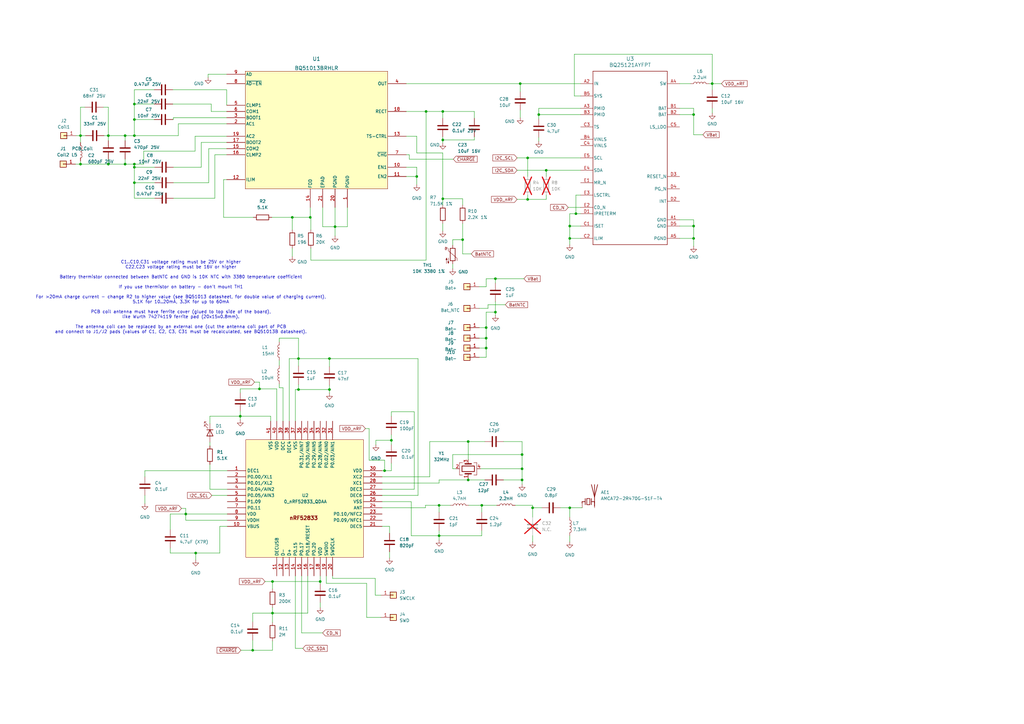
<source format=kicad_sch>
(kicad_sch (version 20231120) (generator "eeschema") (generator_version "8.0")
  (paper "A3")
  (junction (at 181.61 57.404))
  (junction (at 233.68 208.28))
  (junction (at 214.122 186.436))
  (junction (at 135.128 147.066))
  (junction (at 122.428 147.066))
  (junction (at 224.028 69.85))
  (junction (at 170.942 72.39))
  (junction (at 98.552 170.688))
  (junction (at 233.68 97.79))
  (junction (at 55.118 68.58))
  (junction (at 199.39 134.366))
  (junction (at 197.612 207.264))
  (junction (at 284.48 46.99))
  (junction (at 55.118 55.626))
  (junction (at 80.264 226.822))
  (junction (at 137.414 92.964))
  (junction (at 111.76 238.506))
  (junction (at 216.408 81.788))
  (junction (at 122.428 159.766))
  (junction (at 103.632 266.7))
  (junction (at 131.318 238.506))
  (junction (at 203.2 128.016))
  (junction (at 55.118 42.672))
  (junction (at 51.308 55.626))
  (junction (at 180.086 219.71))
  (junction (at 55.118 49.022))
  (junction (at 214.122 192.278))
  (junction (at 220.98 46.99))
  (junction (at 44.45 55.626))
  (junction (at 51.308 67.31))
  (junction (at 236.22 87.63))
  (junction (at 135.128 159.766))
  (junction (at 233.68 92.71))
  (junction (at 180.086 207.264))
  (junction (at 292.1 34.29))
  (junction (at 203.2 114.3))
  (junction (at 160.528 180.594))
  (junction (at 218.44 208.28))
  (junction (at 216.408 64.77))
  (junction (at 192.024 181.102))
  (junction (at 106.426 159.512))
  (junction (at 174.752 45.72))
  (junction (at 214.122 196.85))
  (junction (at 33.02 55.626))
  (junction (at 111.76 251.46))
  (junction (at 76.2 210.82))
  (junction (at 55.118 74.93))
  (junction (at 127.254 89.154))
  (junction (at 284.48 92.71))
  (junction (at 119.888 89.154))
  (junction (at 181.61 45.72))
  (junction (at 55.118 67.31))
  (junction (at 157.734 193.04))
  (junction (at 284.48 97.79))
  (junction (at 192.024 196.85))
  (junction (at 181.61 81.534))
  (junction (at 199.39 138.684))
  (junction (at 199.39 142.748))
  (junction (at 33.02 67.31))
  (junction (at 44.45 67.31))
  (junction (at 189.738 98.298))
  (junction (at 213.36 34.29))
  (wire (pts (xy 156.718 193.04) (xy 157.734 193.04)))
  (wire (pts (xy 194.564 48.514) (xy 194.564 45.72)))
  (wire (pts (xy 119.888 89.154) (xy 119.888 94.234)))
  (wire (pts (xy 70.866 49.022) (xy 71.12 49.022)))
  (wire (pts (xy 70.866 42.672) (xy 86.614 42.672)))
  (wire (pts (xy 214.122 181.102) (xy 214.122 186.436)))
  (wire (pts (xy 216.408 81.788) (xy 216.408 80.01)))
  (wire (pts (xy 110.998 170.688) (xy 98.552 170.688)))
  (wire (pts (xy 113.538 159.512) (xy 113.538 172.72)))
  (wire (pts (xy 114.554 138.684) (xy 122.428 138.684)))
  (wire (pts (xy 82.55 58.42) (xy 92.964 58.42)))
  (wire (pts (xy 33.02 55.626) (xy 33.02 58.42)))
  (wire (pts (xy 180.086 219.71) (xy 197.612 219.71)))
  (wire (pts (xy 136.398 237.236) (xy 153.924 237.236)))
  (wire (pts (xy 174.498 207.264) (xy 174.498 208.28)))
  (wire (pts (xy 194.564 45.72) (xy 181.61 45.72)))
  (wire (pts (xy 153.924 237.236) (xy 153.924 244.094)))
  (wire (pts (xy 196.596 138.684) (xy 199.39 138.684)))
  (wire (pts (xy 156.21 253.238) (xy 150.368 253.238)))
  (wire (pts (xy 180.086 217.678) (xy 180.086 219.71)))
  (wire (pts (xy 91.694 89.154) (xy 103.886 89.154)))
  (wire (pts (xy 156.718 200.66) (xy 169.926 200.66)))
  (wire (pts (xy 122.428 138.684) (xy 122.428 147.066)))
  (wire (pts (xy 121.158 159.766) (xy 121.158 172.72)))
  (wire (pts (xy 211.328 207.264) (xy 218.44 207.264)))
  (wire (pts (xy 156.718 203.2) (xy 171.45 203.2)))
  (wire (pts (xy 180.086 198.12) (xy 156.718 198.12)))
  (wire (pts (xy 166.624 34.29) (xy 213.36 34.29)))
  (wire (pts (xy 180.086 207.264) (xy 180.086 210.058)))
  (wire (pts (xy 85.598 60.96) (xy 85.598 74.93)))
  (wire (pts (xy 44.45 65.278) (xy 44.45 67.31)))
  (wire (pts (xy 220.98 56.388) (xy 220.98 57.912)))
  (wire (pts (xy 92.964 43.18) (xy 92.964 36.83)))
  (wire (pts (xy 127.508 89.154) (xy 127.254 89.154)))
  (wire (pts (xy 86.106 200.66) (xy 86.106 190.5)))
  (wire (pts (xy 284.48 55.245) (xy 288.29 55.245)))
  (wire (pts (xy 238.125 80.01) (xy 236.22 80.01)))
  (wire (pts (xy 290.83 34.29) (xy 292.1 34.29)))
  (wire (pts (xy 69.85 224.79) (xy 69.85 226.822)))
  (wire (pts (xy 160.528 180.594) (xy 160.528 182.372)))
  (wire (pts (xy 88.138 63.5) (xy 92.964 63.5)))
  (wire (pts (xy 82.55 68.58) (xy 82.55 58.42)))
  (wire (pts (xy 224.028 81.788) (xy 216.408 81.788)))
  (wire (pts (xy 189.738 98.298) (xy 189.738 104.14)))
  (wire (pts (xy 194.564 57.404) (xy 181.61 57.404)))
  (wire (pts (xy 233.68 97.79) (xy 233.68 92.71)))
  (wire (pts (xy 51.308 57.658) (xy 51.308 55.626)))
  (wire (pts (xy 86.868 203.2) (xy 93.218 203.2)))
  (wire (pts (xy 160.528 193.04) (xy 160.528 189.992)))
  (wire (pts (xy 69.85 226.822) (xy 80.264 226.822)))
  (wire (pts (xy 218.44 208.28) (xy 218.44 212.09)))
  (wire (pts (xy 203.2 114.3) (xy 214.884 114.3)))
  (wire (pts (xy 110.998 172.72) (xy 110.998 170.688)))
  (wire (pts (xy 181.61 81.534) (xy 181.61 62.738)))
  (wire (pts (xy 98.552 161.036) (xy 98.552 159.512)))
  (wire (pts (xy 181.61 57.404) (xy 181.61 58.674)))
  (wire (pts (xy 199.39 142.748) (xy 199.39 138.684)))
  (wire (pts (xy 121.158 236.22) (xy 121.158 265.938)))
  (wire (pts (xy 91.694 73.66) (xy 91.694 89.154)))
  (wire (pts (xy 63.5 81.28) (xy 55.118 81.28)))
  (wire (pts (xy 135.128 159.766) (xy 135.128 161.29)))
  (wire (pts (xy 154.178 182.372) (xy 154.178 180.594)))
  (wire (pts (xy 63.246 36.83) (xy 55.118 36.83)))
  (wire (pts (xy 181.61 81.534) (xy 189.738 81.534)))
  (wire (pts (xy 76.2 213.36) (xy 93.218 213.36)))
  (wire (pts (xy 169.926 200.66) (xy 169.926 168.91)))
  (wire (pts (xy 167.894 63.5) (xy 166.624 63.5)))
  (wire (pts (xy 238.125 46.99) (xy 220.98 46.99)))
  (wire (pts (xy 119.888 101.854) (xy 119.888 105.156)))
  (wire (pts (xy 185.674 98.298) (xy 189.738 98.298)))
  (wire (pts (xy 233.68 87.63) (xy 233.68 92.71)))
  (wire (pts (xy 278.765 34.29) (xy 283.21 34.29)))
  (wire (pts (xy 59.436 195.58) (xy 59.436 193.04)))
  (wire (pts (xy 192.024 181.102) (xy 198.882 181.102)))
  (wire (pts (xy 184.658 207.264) (xy 180.086 207.264)))
  (wire (pts (xy 111.76 262.89) (xy 111.76 266.7)))
  (wire (pts (xy 98.552 168.656) (xy 98.552 170.688)))
  (wire (pts (xy 55.118 67.31) (xy 51.308 67.31)))
  (wire (pts (xy 131.318 247.142) (xy 131.318 249.174)))
  (wire (pts (xy 170.942 68.58) (xy 166.624 68.58)))
  (wire (pts (xy 135.128 147.066) (xy 135.128 150.368)))
  (wire (pts (xy 181.61 56.134) (xy 181.61 57.404)))
  (wire (pts (xy 203.2 123.698) (xy 203.2 128.016)))
  (wire (pts (xy 150.368 253.238) (xy 150.368 239.268)))
  (wire (pts (xy 85.598 74.93) (xy 71.12 74.93)))
  (wire (pts (xy 192.024 188.468) (xy 192.024 181.102)))
  (wire (pts (xy 189.738 104.14) (xy 193.294 104.14)))
  (wire (pts (xy 80.01 61.976) (xy 58.928 61.976)))
  (wire (pts (xy 213.36 45.212) (xy 213.36 48.26)))
  (wire (pts (xy 166.624 55.88) (xy 170.942 55.88)))
  (wire (pts (xy 90.17 215.9) (xy 90.17 226.822)))
  (wire (pts (xy 55.118 68.58) (xy 55.118 74.93)))
  (wire (pts (xy 55.118 49.022) (xy 55.118 55.626)))
  (wire (pts (xy 199.39 146.558) (xy 199.39 142.748)))
  (wire (pts (xy 55.118 74.93) (xy 55.118 81.28)))
  (wire (pts (xy 137.414 92.964) (xy 137.414 96.774)))
  (wire (pts (xy 34.798 43.942) (xy 33.02 43.942)))
  (wire (pts (xy 174.498 208.28) (xy 156.718 208.28)))
  (wire (pts (xy 51.308 67.31) (xy 51.308 65.278)))
  (wire (pts (xy 132.334 85.09) (xy 132.334 92.964)))
  (wire (pts (xy 111.76 266.7) (xy 103.632 266.7)))
  (wire (pts (xy 166.624 72.39) (xy 170.942 72.39)))
  (wire (pts (xy 206.502 196.85) (xy 214.122 196.85)))
  (wire (pts (xy 233.045 85.09) (xy 238.125 85.09)))
  (wire (pts (xy 33.02 43.942) (xy 33.02 55.626)))
  (wire (pts (xy 131.318 238.506) (xy 131.318 239.522)))
  (wire (pts (xy 85.344 30.48) (xy 92.964 30.48)))
  (wire (pts (xy 71.12 49.022) (xy 71.12 48.26)))
  (wire (pts (xy 103.632 255.016) (xy 103.632 251.46)))
  (wire (pts (xy 132.334 92.964) (xy 137.414 92.964)))
  (wire (pts (xy 229.87 208.28) (xy 233.68 208.28)))
  (wire (pts (xy 181.61 84.074) (xy 181.61 81.534)))
  (wire (pts (xy 92.964 36.83) (xy 70.866 36.83)))
  (wire (pts (xy 170.942 72.39) (xy 170.942 68.58)))
  (wire (pts (xy 137.414 92.964) (xy 142.494 92.964)))
  (wire (pts (xy 157.734 188.722) (xy 157.734 193.04)))
  (wire (pts (xy 33.02 55.626) (xy 35.052 55.626)))
  (wire (pts (xy 122.428 159.766) (xy 135.128 159.766)))
  (wire (pts (xy 33.02 66.04) (xy 33.02 67.31)))
  (wire (pts (xy 111.76 251.46) (xy 111.76 255.27)))
  (wire (pts (xy 181.61 45.72) (xy 174.752 45.72)))
  (wire (pts (xy 92.964 60.96) (xy 85.598 60.96)))
  (wire (pts (xy 220.98 44.45) (xy 238.125 44.45)))
  (wire (pts (xy 168.656 205.74) (xy 168.656 219.71)))
  (wire (pts (xy 127.508 94.234) (xy 127.508 89.154)))
  (wire (pts (xy 284.48 97.79) (xy 284.48 100.965)))
  (wire (pts (xy 192.278 207.264) (xy 197.612 207.264)))
  (wire (pts (xy 284.48 46.99) (xy 284.48 55.245)))
  (wire (pts (xy 122.428 147.066) (xy 122.428 150.114)))
  (wire (pts (xy 196.596 142.748) (xy 199.39 142.748)))
  (wire (pts (xy 292.1 22.225) (xy 235.585 22.225)))
  (wire (pts (xy 278.765 97.79) (xy 284.48 97.79)))
  (wire (pts (xy 203.2 114.3) (xy 203.2 116.078)))
  (wire (pts (xy 151.384 175.768) (xy 151.384 188.722)))
  (wire (pts (xy 192.024 196.85) (xy 198.882 196.85)))
  (wire (pts (xy 224.028 69.85) (xy 238.125 69.85)))
  (wire (pts (xy 171.45 203.2) (xy 171.45 147.066)))
  (wire (pts (xy 185.674 100.584) (xy 185.674 98.298)))
  (wire (pts (xy 238.125 87.63) (xy 236.22 87.63)))
  (wire (pts (xy 132.334 259.588) (xy 123.698 259.588)))
  (wire (pts (xy 235.585 22.225) (xy 235.585 39.37)))
  (wire (pts (xy 69.85 210.82) (xy 69.85 217.17)))
  (wire (pts (xy 156.718 205.74) (xy 168.656 205.74)))
  (wire (pts (xy 123.698 259.588) (xy 123.698 236.22)))
  (wire (pts (xy 55.118 36.83) (xy 55.118 42.672)))
  (wire (pts (xy 167.894 65.278) (xy 167.894 63.5)))
  (wire (pts (xy 159.766 215.9) (xy 159.766 218.694)))
  (wire (pts (xy 44.45 43.942) (xy 44.45 55.626)))
  (wire (pts (xy 122.428 147.066) (xy 135.128 147.066)))
  (wire (pts (xy 218.44 207.264) (xy 218.44 208.28)))
  (wire (pts (xy 214.122 186.436) (xy 214.122 192.278)))
  (wire (pts (xy 111.76 249.174) (xy 111.76 251.46)))
  (wire (pts (xy 203.2 128.016) (xy 203.2 129.286)))
  (wire (pts (xy 199.39 114.3) (xy 203.2 114.3)))
  (wire (pts (xy 137.414 85.09) (xy 137.414 92.964)))
  (wire (pts (xy 292.1 44.45) (xy 292.1 46.355)))
  (wire (pts (xy 199.39 128.016) (xy 203.2 128.016)))
  (wire (pts (xy 118.618 147.066) (xy 122.428 147.066)))
  (wire (pts (xy 31.242 55.626) (xy 33.02 55.626)))
  (wire (pts (xy 181.61 91.694) (xy 181.61 94.742)))
  (wire (pts (xy 212.09 64.77) (xy 216.408 64.77)))
  (wire (pts (xy 108.712 238.506) (xy 111.76 238.506)))
  (wire (pts (xy 192.024 181.102) (xy 176.276 181.102)))
  (wire (pts (xy 103.632 251.46) (xy 111.76 251.46)))
  (wire (pts (xy 55.118 55.626) (xy 51.308 55.626)))
  (wire (pts (xy 33.02 67.31) (xy 44.45 67.31)))
  (wire (pts (xy 74.422 208.534) (xy 76.2 208.534)))
  (wire (pts (xy 292.1 34.29) (xy 292.1 22.225)))
  (wire (pts (xy 111.506 89.154) (xy 119.888 89.154)))
  (wire (pts (xy 168.656 219.71) (xy 180.086 219.71)))
  (wire (pts (xy 213.36 34.29) (xy 238.125 34.29)))
  (wire (pts (xy 218.44 219.71) (xy 218.44 222.25)))
  (wire (pts (xy 212.09 81.788) (xy 216.408 81.788)))
  (wire (pts (xy 206.502 181.102) (xy 214.122 181.102)))
  (wire (pts (xy 127.508 106.68) (xy 174.752 106.68)))
  (wire (pts (xy 196.596 117.602) (xy 199.39 117.602)))
  (wire (pts (xy 127.254 89.154) (xy 127.254 85.09)))
  (wire (pts (xy 236.22 87.63) (xy 233.68 87.63)))
  (wire (pts (xy 159.766 226.314) (xy 159.766 228.854)))
  (wire (pts (xy 44.45 55.626) (xy 44.45 57.658)))
  (wire (pts (xy 114.554 147.828) (xy 114.554 149.86)))
  (wire (pts (xy 238.125 97.79) (xy 233.68 97.79)))
  (wire (pts (xy 80.01 55.88) (xy 80.01 61.976)))
  (wire (pts (xy 122.428 157.734) (xy 122.428 159.766)))
  (wire (pts (xy 88.138 81.28) (xy 88.138 63.5)))
  (wire (pts (xy 196.596 146.558) (xy 199.39 146.558)))
  (wire (pts (xy 186.944 192.278) (xy 185.674 192.278)))
  (wire (pts (xy 197.612 207.264) (xy 197.612 210.058)))
  (wire (pts (xy 114.554 159.004) (xy 114.554 157.48)))
  (wire (pts (xy 180.086 219.71) (xy 180.086 221.488)))
  (wire (pts (xy 278.765 90.17) (xy 284.48 90.17)))
  (wire (pts (xy 92.964 55.88) (xy 80.01 55.88)))
  (wire (pts (xy 30.988 67.31) (xy 33.02 67.31)))
  (wire (pts (xy 284.48 97.79) (xy 284.48 92.71)))
  (wire (pts (xy 292.1 34.29) (xy 295.91 34.29)))
  (wire (pts (xy 71.12 81.28) (xy 88.138 81.28)))
  (wire (pts (xy 86.106 170.688) (xy 98.552 170.688)))
  (wire (pts (xy 131.318 236.22) (xy 131.318 238.506)))
  (wire (pts (xy 118.618 172.72) (xy 118.618 147.066)))
  (wire (pts (xy 93.218 215.9) (xy 90.17 215.9)))
  (wire (pts (xy 111.76 238.506) (xy 131.318 238.506)))
  (wire (pts (xy 199.39 138.684) (xy 199.39 134.366)))
  (wire (pts (xy 181.61 62.738) (xy 170.942 62.738)))
  (wire (pts (xy 194.564 56.134) (xy 194.564 57.404)))
  (wire (pts (xy 133.858 236.22) (xy 133.858 239.268)))
  (wire (pts (xy 55.118 42.672) (xy 55.118 49.022)))
  (wire (pts (xy 104.394 156.718) (xy 106.426 156.718)))
  (wire (pts (xy 197.104 192.278) (xy 214.122 192.278)))
  (wire (pts (xy 42.672 55.626) (xy 44.45 55.626)))
  (wire (pts (xy 180.086 196.85) (xy 180.086 198.12)))
  (wire (pts (xy 80.264 226.822) (xy 80.264 229.616)))
  (wire (pts (xy 220.98 44.45) (xy 220.98 46.99)))
  (wire (pts (xy 55.118 74.93) (xy 63.5 74.93)))
  (wire (pts (xy 126.238 236.22) (xy 126.238 251.46)))
  (wire (pts (xy 199.39 134.366) (xy 199.39 128.016)))
  (wire (pts (xy 185.928 65.278) (xy 167.894 65.278)))
  (wire (pts (xy 116.078 159.004) (xy 114.554 159.004)))
  (wire (pts (xy 92.964 73.66) (xy 91.694 73.66)))
  (wire (pts (xy 284.48 44.45) (xy 284.48 46.99)))
  (wire (pts (xy 200.152 124.968) (xy 207.264 124.968)))
  (wire (pts (xy 86.106 181.356) (xy 86.106 182.88)))
  (wire (pts (xy 224.028 69.85) (xy 224.028 72.39)))
  (wire (pts (xy 180.086 207.264) (xy 174.498 207.264)))
  (wire (pts (xy 233.68 219.71) (xy 233.68 222.25)))
  (wire (pts (xy 126.238 251.46) (xy 111.76 251.46)))
  (wire (pts (xy 59.436 203.2) (xy 59.436 206.502)))
  (wire (pts (xy 111.76 241.554) (xy 111.76 238.506)))
  (wire (pts (xy 55.118 49.022) (xy 63.246 49.022)))
  (wire (pts (xy 185.674 192.278) (xy 185.674 186.436)))
  (wire (pts (xy 185.674 108.204) (xy 185.674 110.236)))
  (wire (pts (xy 171.45 147.066) (xy 135.128 147.066)))
  (wire (pts (xy 157.734 193.04) (xy 160.528 193.04)))
  (wire (pts (xy 98.552 170.688) (xy 98.552 172.212)))
  (wire (pts (xy 76.2 210.82) (xy 69.85 210.82)))
  (wire (pts (xy 278.765 46.99) (xy 284.48 46.99)))
  (wire (pts (xy 71.12 68.58) (xy 82.55 68.58)))
  (wire (pts (xy 216.408 64.77) (xy 216.408 72.39)))
  (wire (pts (xy 73.152 50.8) (xy 73.152 55.626)))
  (wire (pts (xy 176.276 181.102) (xy 176.276 195.58)))
  (wire (pts (xy 233.68 92.71) (xy 238.125 92.71)))
  (wire (pts (xy 98.552 159.512) (xy 106.426 159.512)))
  (wire (pts (xy 92.964 50.8) (xy 73.152 50.8)))
  (wire (pts (xy 122.428 159.766) (xy 121.158 159.766)))
  (wire (pts (xy 224.028 80.01) (xy 224.028 81.788)))
  (wire (pts (xy 150.368 239.268) (xy 133.858 239.268)))
  (wire (pts (xy 106.426 156.718) (xy 106.426 159.512)))
  (wire (pts (xy 214.122 196.85) (xy 214.122 198.628)))
  (wire (pts (xy 185.674 186.436) (xy 214.122 186.436)))
  (wire (pts (xy 192.024 196.088) (xy 192.024 196.85)))
  (wire (pts (xy 278.765 44.45) (xy 284.48 44.45)))
  (wire (pts (xy 220.98 46.99) (xy 220.98 48.768)))
  (wire (pts (xy 76.2 213.36) (xy 76.2 210.82)))
  (wire (pts (xy 235.585 39.37) (xy 238.125 39.37)))
  (wire (pts (xy 216.408 64.77) (xy 238.125 64.77)))
  (wire (pts (xy 212.09 69.85) (xy 224.028 69.85)))
  (wire (pts (xy 119.888 89.154) (xy 127.254 89.154)))
  (wire (pts (xy 197.612 207.264) (xy 203.708 207.264)))
  (wire (pts (xy 156.718 215.9) (xy 159.766 215.9)))
  (wire (pts (xy 151.384 188.722) (xy 157.734 188.722)))
  (wire (pts (xy 59.436 193.04) (xy 93.218 193.04)))
  (wire (pts (xy 114.554 140.208) (xy 114.554 138.684)))
  (wire (pts (xy 192.024 196.85) (xy 180.086 196.85)))
  (wire (pts (xy 233.68 208.28) (xy 233.68 212.09)))
  (wire (pts (xy 93.218 200.66) (xy 86.106 200.66)))
  (wire (pts (xy 86.106 173.736) (xy 86.106 170.688)))
  (wire (pts (xy 170.942 55.88) (xy 170.942 62.738)))
  (wire (pts (xy 284.48 92.71) (xy 278.765 92.71)))
  (wire (pts (xy 86.614 45.72) (xy 92.964 45.72)))
  (wire (pts (xy 58.928 67.31) (xy 55.118 67.31)))
  (wire (pts (xy 214.122 192.278) (xy 214.122 196.85)))
  (wire (pts (xy 93.218 210.82) (xy 76.2 210.82)))
  (wire (pts (xy 196.596 134.366) (xy 199.39 134.366)))
  (wire (pts (xy 200.152 126.492) (xy 200.152 124.968)))
  (wire (pts (xy 181.61 45.72) (xy 181.61 48.514)))
  (wire (pts (xy 85.344 31.75) (xy 85.344 30.48)))
  (wire (pts (xy 189.738 91.694) (xy 189.738 98.298)))
  (wire (pts (xy 58.928 61.976) (xy 58.928 67.31)))
  (wire (pts (xy 76.2 208.534) (xy 76.2 210.82)))
  (wire (pts (xy 160.528 168.91) (xy 160.528 170.688)))
  (wire (pts (xy 71.12 48.26) (xy 92.964 48.26)))
  (wire (pts (xy 121.158 265.938) (xy 124.206 265.938)))
  (wire (pts (xy 160.528 178.308) (xy 160.528 180.594)))
  (wire (pts (xy 136.398 236.22) (xy 136.398 237.236)))
  (wire (pts (xy 196.596 126.492) (xy 200.152 126.492)))
  (wire (pts (xy 149.86 175.768) (xy 151.384 175.768)))
  (wire (pts (xy 213.36 34.29) (xy 213.36 37.592)))
  (wire (pts (xy 233.68 97.79) (xy 233.68 100.33)))
  (wire (pts (xy 176.276 195.58) (xy 156.718 195.58)))
  (wire (pts (xy 127.508 101.854) (xy 127.508 106.68)))
  (wire (pts (xy 199.39 117.602) (xy 199.39 114.3)))
  (wire (pts (xy 86.614 42.672) (xy 86.614 45.72)))
  (wire (pts (xy 142.494 92.964) (xy 142.494 85.09)))
  (wire (pts (xy 44.45 55.626) (xy 51.308 55.626)))
  (wire (pts (xy 63.5 68.58) (xy 55.118 68.58)))
  (wire (pts (xy 292.1 34.29) (xy 292.1 36.83)))
  (wire (pts (xy 42.418 43.942) (xy 44.45 43.942)))
  (wire (pts (xy 135.128 157.988) (xy 135.128 159.766)))
  (wire (pts (xy 169.926 168.91) (xy 160.528 168.91)))
  (wire (pts (xy 98.806 266.7) (xy 103.632 266.7)))
  (wire (pts (xy 106.426 159.512) (xy 113.538 159.512)))
  (wire (pts (xy 116.078 172.72) (xy 116.078 159.004)))
  (wire (pts (xy 90.17 226.822) (xy 80.264 226.822)))
  (wire (pts (xy 189.738 81.534) (xy 189.738 84.074)))
  (wire (pts (xy 170.942 75.692) (xy 170.942 72.39)))
  (wire (pts (xy 174.752 106.68) (xy 174.752 45.72)))
  (wire (pts (xy 44.45 67.31) (xy 51.308 67.31)))
  (wire (pts (xy 236.22 80.01) (xy 236.22 87.63)))
  (wire (pts (xy 154.178 180.594) (xy 160.528 180.594)))
  (wire (pts (xy 174.752 45.72) (xy 166.624 45.72)))
  (wire (pts (xy 73.152 55.626) (xy 55.118 55.626)))
  (wire (pts (xy 284.48 90.17) (xy 284.48 92.71)))
  (wire (pts (xy 233.68 208.28) (xy 238.76 208.28)))
  (wire (pts (xy 55.118 42.672) (xy 63.246 42.672)))
  (wire (pts (xy 153.924 244.094) (xy 156.21 244.094)))
  (wire (pts (xy 103.632 262.636) (xy 103.632 266.7)))
  (wire (pts (xy 197.612 217.678) (xy 197.612 219.71)))
  (wire (pts (xy 222.25 208.28) (xy 218.44 208.28)))
  (wire (pts (xy 55.118 67.31) (xy 55.118 68.58)))
  (text "C1..C10,C31 voltage rating must be 25V or higher\nC22,C23 voltage rating must be 16V or higher\n\nBattery thermistor connected between BatNTC and GND is 10K NTC with 3380 temperature coefficient\n\nIf you use thermistor on battery - don't mount TH1\n\nFor >20mA charge current - change R2 to higher value (see BQ51013 datasheet, for double value of charging current),\n5.1K for 10..20mA, 3.3K for up to 60mA\n\nPCB coil antenna must have ferrite cover (glued to top side of the board),\nlike Wurth 74274119 ferrite pad (20x15x0.8mm).\n\nThe antenna coil can be replaced by an external one (cut the antenna coil part of PCB\nand connect to J1/J2 pads (values of C1, C2, C3, C31 must be recalculated, see BQ51013B datasheet).\n" (at 74.168 121.92 0) (effects (font (size 1.27 1.27))))
  (global_label "VDD_nRF" (shape input) (at 108.712 238.506 180) (property "Intersheetrefs" "${INTERSHEET_REFS}" (effects (hide yes))))
  (global_label "VBat" (shape input) (at 214.884 114.3 0) (property "Intersheetrefs" "${INTERSHEET_REFS}" (effects (hide yes))))
  (global_label "I2C_SCL" (shape input) (at 212.09 64.77 180) (property "Intersheetrefs" "${INTERSHEET_REFS}" (effects (hide yes))))
  (global_label "VDD_nRF" (shape input) (at 212.09 81.788 180) (property "Intersheetrefs" "${INTERSHEET_REFS}" (effects (hide yes))))
  (global_label "CD_N" (shape input) (at 233.045 85.09 180) (property "Intersheetrefs" "${INTERSHEET_REFS}" (effects (hide yes))))
  (global_label "CD_N" (shape input) (at 132.334 259.588 0) (property "Intersheetrefs" "${INTERSHEET_REFS}" (effects (hide yes))))
  (global_label "I2C_SCL" (shape input) (at 86.868 203.2 180) (property "Intersheetrefs" "${INTERSHEET_REFS}" (effects (hide yes))))
  (global_label "VBat" (shape input) (at 288.29 55.245 0) (property "Intersheetrefs" "${INTERSHEET_REFS}" (effects (hide yes))))
  (global_label "~{CHARGE}" (shape input) (at 98.806 266.7 180) (property "Intersheetrefs" "${INTERSHEET_REFS}" (effects (hide yes))))
  (global_label "VDD_nRF" (shape input) (at 295.91 34.29 0) (property "Intersheetrefs" "${INTERSHEET_REFS}" (effects (hide yes))))
  (global_label "BatNTC" (shape input) (at 207.264 124.968 0) (property "Intersheetrefs" "${INTERSHEET_REFS}" (effects (hide yes))))
  (global_label "BatNTC" (shape input) (at 193.294 104.14 0) (property "Intersheetrefs" "${INTERSHEET_REFS}" (effects (hide yes))))
  (global_label "VDD_nRF" (shape input) (at 104.394 156.718 180) (property "Intersheetrefs" "${INTERSHEET_REFS}" (effects (hide yes))))
  (global_label "VDD_nRF" (shape input) (at 149.86 175.768 180) (property "Intersheetrefs" "${INTERSHEET_REFS}" (effects (hide yes))))
  (global_label "~{CHARGE}" (shape input) (at 185.928 65.278 0) (property "Intersheetrefs" "${INTERSHEET_REFS}" (effects (hide yes))))
  (global_label "I2C_SDA" (shape input) (at 124.206 265.938 0) (property "Intersheetrefs" "${INTERSHEET_REFS}" (effects (hide yes))))
  (global_label "VDD_nRF" (shape input) (at 74.422 208.534 180) (property "Intersheetrefs" "${INTERSHEET_REFS}" (effects (hide yes))))
  (global_label "I2C_SDA" (shape input) (at 212.09 69.85 180) (property "Intersheetrefs" "${INTERSHEET_REFS}" (effects (hide yes))))
  (symbol (lib_id "Device:R") (at 181.61 87.884 0) (unit 1)
    (property "Reference" "R7" (at 176.276 81.026 0) (effects (justify left)))
    (property "Value" "71.5K 1%" (at 176.276 83.566 0) (effects (justify left)))
    (property "Footprint" "Resistor_SMD:R_0402_1005Metric" (effects (hide yes)))
    (property "Datasheet" "RT0402FRE0771K5L" (effects (hide yes)))
  )
  (symbol (lib_id "Device:C") (at 197.612 213.868 0) (unit 1)
    (property "Reference" "C24" (at 200.66 212.5979 0) (effects (justify left)))
    (property "Value" "1.2pF" (at 200.66 215.1379 0) (effects (justify left)))
    (property "Footprint" "Capacitor_SMD:C_0402_1005Metric" (effects (hide yes)))
    (property "Datasheet" "GCM1555C1H1R2CA16D" (effects (hide yes)))
  )
  (symbol (lib_id "Device:C") (at 160.528 174.498 0) (unit 1)
    (property "Reference" "C19" (at 163.83 173.2279 0) (effects (justify left)))
    (property "Value" "100pF" (at 163.83 175.7679 0) (effects (justify left)))
    (property "Footprint" "Capacitor_SMD:C_0402_1005Metric" (effects (hide yes)))
    (property "Datasheet" "VJ0402A101KXACW1BC" (effects (hide yes)))
    (property "Description" "MLCC 100pF 25V 0402" (effects (hide yes)))
  )
  (symbol (lib_id "Device:C") (at 202.692 196.85 90) (unit 1)
    (property "Reference" "C27" (at 198.374 198.628 90))
    (property "Value" "12pF" (at 198.374 201.168 90))
    (property "Footprint" "Capacitor_SMD:C_0402_1005Metric" (effects (hide yes)))
    (property "Datasheet" "VJ0402A120JXXCW1BC" (effects (hide yes)))
  )
  (symbol (lib_id "power:GND") (at 214.122 198.628 0) (unit 1)
    (property "Reference" "#PWR0109" (effects (hide yes)))
    (property "Value" "GND" (at 214.122 203.2 0))
  )
  (symbol (lib_id "Device:L") (at 114.554 144.018 180) (unit 1)
    (property "Reference" "L1" (at 107.442 142.494 0) (effects (justify right)))
    (property "Value" "15nH" (at 107.442 145.034 0) (effects (justify right)))
    (property "Footprint" "Inductor_SMD:L_0402_1005Metric" (effects (hide yes)))
    (property "Datasheet" "744784115A" (effects (hide yes)))
  )
  (symbol (lib_id "power:GND") (at 170.942 75.692 0) (unit 1)
    (property "Reference" "#PWR0102" (effects (hide yes)))
    (property "Value" "GND" (at 170.942 81.28 0))
  )
  (symbol (lib_name "GND_4") (lib_id "power:GND") (at 220.98 57.912 0) (unit 1)
    (property "Reference" "#PWR04" (effects (hide yes)))
    (property "Value" "GND" (at 220.98 62.357 0))
    (property "Description" "Power symbol creates a global label with name \"GND\" , ground" (effects (hide yes)))
  )
  (symbol (lib_id "power:GND") (at 135.128 161.29 0) (unit 1)
    (property "Reference" "#PWR0116" (effects (hide yes)))
    (property "Value" "GND" (at 135.128 166.37 0))
  )
  (symbol (lib_name "GND_3") (lib_id "power:GND") (at 292.1 46.355 0) (unit 1)
    (property "Reference" "#PWR03" (effects (hide yes)))
    (property "Value" "GND" (at 292.1 50.8 0))
    (property "Description" "Power symbol creates a global label with name \"GND\" , ground" (effects (hide yes)))
  )
  (symbol (lib_id "Connector_Generic:Conn_01x01") (at 26.162 55.626 180) (unit 1) (in_bom no)
    (property "Reference" "J2" (at 26.162 49.53 0))
    (property "Value" "Coil1" (at 26.162 52.07 0))
    (property "Footprint" "footprints:Pin-1.5_1.5mm" (effects (hide yes)))
  )
  (symbol (lib_id "power:GND") (at 98.552 172.212 0) (unit 1)
    (property "Reference" "#PWR0114" (effects (hide yes)))
    (property "Value" "GND" (at 98.552 177.8 0))
  )
  (symbol (lib_id "power:GND") (at 213.36 48.26 0) (unit 1)
    (property "Reference" "#PWR0106" (effects (hide yes)))
    (property "Value" "GND" (at 209.042 49.784 0))
  )
  (symbol (lib_name "GND_2") (lib_id "power:GND") (at 185.674 110.236 0) (unit 1)
    (property "Reference" "#PWR02" (effects (hide yes)))
    (property "Value" "GND" (at 189.992 111.506 0))
    (property "Description" "Power symbol creates a global label with name \"GND\" , ground" (effects (hide yes)))
  )
  (symbol (lib_name "GND_7") (lib_id "power:GND") (at 218.44 222.25 0) (unit 1)
    (property "Reference" "#PWR07" (effects (hide yes)))
    (property "Value" "GND" (at 218.44 227.33 0))
    (property "Description" "Power symbol creates a global label with name \"GND\" , ground" (effects (hide yes)))
  )
  (symbol (lib_id "Device:R") (at 127.508 98.044 0) (unit 1)
    (property "Reference" "R6" (at 129.54 96.7739 0) (effects (justify left)))
    (property "Value" "20K" (at 129.54 99.3139 0) (effects (justify left)))
    (property "Footprint" "Resistor_SMD:R_0402_1005Metric" (effects (hide yes)))
    (property "Datasheet" "RC0402FR-7D20KL" (effects (hide yes)))
  )
  (symbol (lib_id "Device:LED") (at 86.106 177.546 270) (unit 1)
    (property "Reference" "D1" (at 88.392 174.6884 90) (effects (justify left)))
    (property "Value" "LED" (at 88.392 177.2284 90) (effects (justify left)))
    (property "Footprint" "Diode_SMD:D_0402_1005Metric" (effects (hide yes)))
    (property "Datasheet" "IN-S42BTR" (effects (hide yes)))
  )
  (symbol (lib_id "power:GND") (at 181.61 58.674 0) (unit 1)
    (property "Reference" "#PWR0101" (effects (hide yes)))
    (property "Value" "GND" (at 178.308 59.436 0))
  )
  (symbol (lib_id "power:GND") (at 59.436 206.502 0) (unit 1)
    (property "Reference" "#PWR0112" (effects (hide yes)))
    (property "Value" "GND" (at 59.436 212.09 0))
  )
  (symbol (lib_id "power:GND") (at 131.318 249.174 0) (unit 1)
    (property "Reference" "#PWR0113" (effects (hide yes)))
    (property "Value" "GND" (at 131.318 254 0))
  )
  (symbol (lib_id "Device:C") (at 135.128 154.178 0) (unit 1)
    (property "Reference" "C17" (at 138.43 152.9079 0) (effects (justify left)))
    (property "Value" "47nF" (at 138.43 155.4479 0) (effects (justify left)))
    (property "Footprint" "Capacitor_SMD:C_0402_1005Metric" (effects (hide yes)))
    (property "Datasheet" "C0402C473K3RAC7411" (effects (hide yes)))
  )
  (symbol (lib_name "GND_8") (lib_id "power:GND") (at 233.68 222.25 0) (unit 1)
    (property "Reference" "#PWR08" (effects (hide yes)))
    (property "Value" "GND" (at 233.68 227.584 0))
    (property "Description" "Power symbol creates a global label with name \"GND\" , ground" (effects (hide yes)))
  )
  (symbol (lib_id "Device:Crystal_GND24") (at 192.024 192.278 90) (unit 1)
    (property "Reference" "Y1" (at 181.102 185.928 90))
    (property "Value" "32MHz" (at 181.102 188.468 90))
    (property "Footprint" "Crystal:Crystal_SMD_2016-4Pin_2.0x1.6mm" (effects (hide yes)))
    (property "Datasheet" "ECS-320-8-37B-7KM-TR3" (effects (hide yes)))
  )
  (symbol (lib_id "Device:C") (at 69.85 220.98 0) (unit 1)
    (property "Reference" "C11" (at 73.66 219.7099 0) (effects (justify left)))
    (property "Value" "4.7uF (X7R)" (at 73.66 222.2499 0) (effects (justify left)))
    (property "Footprint" "Capacitor_SMD:C_0603_1608Metric" (effects (hide yes)))
    (property "Datasheet" "GRM188Z71A475ME15D" (effects (hide yes)))
    (property "Description" "MLCC 4.7uF 10V 0603" (effects (hide yes)))
  )
  (symbol (lib_id "Device:C") (at 292.1 40.64 0) (unit 1)
    (property "Reference" "C12" (at 295.656 39.3699 0) (effects (justify left)))
    (property "Value" "10uF 16V" (at 295.656 41.9099 0) (effects (justify left)))
    (property "Footprint" "Capacitor_SMD:C_0603_1608Metric" (effects (hide yes)))
    (property "Datasheet" "GRM188C81C106MA73D" (effects (hide yes)))
  )
  (symbol (lib_id "power:GND") (at 154.178 182.372 0) (unit 1)
    (property "Reference" "#PWR0115" (effects (hide yes)))
    (property "Value" "GND" (at 154.178 187.96 0))
  )
  (symbol (lib_id "Device:C") (at 213.36 41.402 0) (unit 1)
    (property "Reference" "C28" (at 204.724 40.64 0) (effects (justify left)))
    (property "Value" "10uF" (at 204.724 43.18 0) (effects (justify left)))
    (property "Footprint" "Capacitor_SMD:C_0402_1005Metric" (effects (hide yes)))
    (property "Datasheet" "CL05A106MP6NUN8" (effects (hide yes)))
  )
  (symbol (lib_id "Device:R") (at 189.738 87.884 0) (unit 1)
    (property "Reference" "R10" (at 191.77 86.6139 0) (effects (justify left)))
    (property "Value" "2.2K 1%" (at 191.77 89.1539 0) (effects (justify left)))
    (property "Footprint" "Resistor_SMD:R_0402_1005Metric" (effects (hide yes)))
    (property "Datasheet" "AT0402FRE072K2L" (effects (hide yes)))
    (property "Description" "Resistor" (effects (hide yes)))
  )
  (symbol (lib_id "Device:C") (at 67.31 74.93 90) (unit 1)
    (property "Reference" "C9" (at 61.214 70.612 90))
    (property "Value" "22nF 25V" (at 61.214 73.152 90))
    (property "Footprint" "Capacitor_SMD:C_0402_1005Metric" (effects (hide yes)))
    (property "Datasheet" "MCAST105SB7223KFNA01" (effects (hide yes)))
  )
  (symbol (lib_id "power:GND") (at 203.2 129.286 0) (unit 1)
    (property "Reference" "#PWR0107" (effects (hide yes)))
    (property "Value" "GND" (at 203.2 134.62 0))
  )
  (symbol (lib_id "Connector_Generic:Conn_01x01") (at 191.516 117.602 180) (unit 1) (in_bom no)
    (property "Reference" "J5" (at 184.912 115.57 0))
    (property "Value" "Bat+" (at 184.912 118.11 0))
    (property "Footprint" "footprints:Pin-1.5_1.5mm" (effects (hide yes)))
  )
  (symbol (lib_id "Device:L") (at 188.468 207.264 90) (unit 1)
    (property "Reference" "L3" (at 188.468 201.93 90))
    (property "Value" "4.7nH" (at 188.468 204.47 90))
    (property "Footprint" "Inductor_SMD:L_0402_1005Metric" (effects (hide yes)))
    (property "Datasheet" "LQW15AN4N7G80D" (effects (hide yes)))
  )
  (symbol (lib_id "Connector_Generic:Conn_01x01") (at 191.516 146.558 180) (unit 1) (in_bom no)
    (property "Reference" "J10" (at 184.912 144.526 0))
    (property "Value" "Bat-" (at 184.912 147.066 0))
    (property "Footprint" "footprints:Pin-1.5_1.5mm" (effects (hide yes)))
  )
  (symbol (lib_id "Connector_Generic:Conn_01x01") (at 25.908 67.31 180) (unit 1) (in_bom no)
    (property "Reference" "J1" (at 25.908 60.96 0))
    (property "Value" "Coil2" (at 25.908 63.5 0))
    (property "Footprint" "footprints:Pin-1.5_1.5mm" (effects (hide yes)))
  )
  (symbol (lib_id "power:GND") (at 119.888 105.156 0) (unit 1)
    (property "Reference" "#PWR0104" (effects (hide yes)))
    (property "Value" "GND" (at 123.952 107.442 0))
  )
  (symbol (lib_name "GND_1") (lib_id "power:GND") (at 181.61 94.742 0) (unit 1)
    (property "Reference" "#PWR01" (effects (hide yes)))
    (property "Value" "GND" (at 181.61 99.06 0))
    (property "Description" "Power symbol creates a global label with name \"GND\" , ground" (effects (hide yes)))
  )
  (symbol (lib_id "Device:C") (at 202.692 181.102 90) (unit 1)
    (property "Reference" "C26" (at 202.692 173.99 90))
    (property "Value" "12pF" (at 202.692 176.53 90))
    (property "Footprint" "Capacitor_SMD:C_0402_1005Metric" (effects (hide yes)))
    (property "Datasheet" "VJ0402A120JXXCW1BC" (effects (hide yes)))
  )
  (symbol (lib_id "Device:C") (at 67.056 42.672 90) (unit 1)
    (property "Reference" "C6" (at 60.96 39.116 90))
    (property "Value" "22nF 25V" (at 60.96 41.656 90))
    (property "Footprint" "Capacitor_SMD:C_0402_1005Metric" (effects (hide yes)))
    (property "Datasheet" "MCAST105SB7223KFNA01" (effects (hide yes)))
  )
  (symbol (lib_id "nrf52833_qdaa_qfn40:0_nRF52833_QDAA") (at 100.838 228.6 0) (unit 1)
    (property "Reference" "U2" (at 125.222 203.2 0))
    (property "Value" "0_nRF52833_QDAA" (at 125.222 205.74 0))
    (property "Footprint" "footprints:_Applications_test_rsk_lib_RSK-ONLY_Nordic Active DB.DbLib_nRF Devices_QFN40P500X500X50_HS-41N" (effects (hide yes)))
    (property "Datasheet" "nRF52833-QDAA-R7" (effects (hide yes)))
    (property "PART NUMBER" "nRF52833-QDAA" (effects (hide yes)))
    (property "MANUFACTURER" "Nordic Semiconductor" (effects (hide yes)))
    (property "MANUFACTURER PART NUMBER" "nRF52833-QDAA" (effects (hide yes)))
    (property "LATESTREVISIONDATE" "2018-12-03" (effects (hide yes)))
    (property "PIN COUNT" "40" (effects (hide yes)))
    (property "PUBLISHER" "Nordic Semiconductor" (effects (hide yes)))
    (property "PUBLISHED" "2018-12-03" (effects (hide yes)))
    (property "ALTIUM_VALUE" "nRF52833-QDAA" (effects (hide yes)))
    (property "FOOTPRINT DOC" "QFN-40" (effects (hide yes)))
  )
  (symbol (lib_id "Connector_Generic:Conn_01x01") (at 191.516 138.684 180) (unit 1) (in_bom no)
    (property "Reference" "J8" (at 184.912 136.652 0))
    (property "Value" "Bat-" (at 184.912 139.192 0))
    (property "Footprint" "footprints:Pin-1.5_1.5mm" (effects (hide yes)))
  )
  (symbol (lib_id "Connector_Generic:Conn_01x01") (at 161.29 253.238 0) (unit 1) (in_bom no)
    (property "Reference" "J4" (at 163.83 251.9679 0) (effects (justify left)))
    (property "Value" "SWD" (at 163.83 254.5079 0) (effects (justify left)))
    (property "Footprint" "footprints:Pin-1.5_1.5mm" (effects (hide yes)))
  )
  (symbol (lib_id "Device:C") (at 67.056 36.83 90) (unit 1)
    (property "Reference" "C5" (at 60.96 32.512 90))
    (property "Value" "0.47uF 25V" (at 60.452 34.544 90))
    (property "Footprint" "Capacitor_SMD:C_0402_1005Metric" (effects (hide yes)))
    (property "Datasheet" "C1005X5R1E474K050BB" (effects (hide yes)))
  )
  (symbol (lib_id "Device:C") (at 98.552 164.846 0) (unit 1)
    (property "Reference" "C13" (at 101.6 163.5759 0) (effects (justify left)))
    (property "Value" "1uF" (at 101.6 166.1159 0) (effects (justify left)))
    (property "Footprint" "Capacitor_SMD:C_0402_1005Metric" (effects (hide yes)))
    (property "Datasheet" "GRM155Z71A105KE01D" (effects (hide yes)))
  )
  (symbol (lib_name "GND_6") (lib_id "power:GND") (at 284.48 100.965 0) (unit 1)
    (property "Reference" "#PWR06" (effects (hide yes)))
    (property "Value" "GND" (at 284.48 105.41 0))
    (property "Description" "Power symbol creates a global label with name \"GND\" , ground" (effects (hide yes)))
  )
  (symbol (lib_id "Device:R") (at 224.028 76.2 0) (unit 1) (in_bom no) (dnp yes)
    (property "Reference" "R8" (at 226.06 74.9299 0) (effects (justify left)))
    (property "Value" "10K" (at 226.06 77.4699 0) (effects (justify left)))
    (property "Footprint" "Resistor_SMD:R_0402_1005Metric" (effects (hide yes)))
    (property "Description" "Resistor" (effects (hide yes)))
  )
  (symbol (lib_name "GND_5") (lib_id "power:GND") (at 233.68 100.33 0) (unit 1)
    (property "Reference" "#PWR05" (effects (hide yes)))
    (property "Value" "GND" (at 233.68 105.41 0))
    (property "Description" "Power symbol creates a global label with name \"GND\" , ground" (effects (hide yes)))
  )
  (symbol (lib_id "Device:Thermistor_NTC") (at 185.674 104.394 0) (unit 1)
    (property "Reference" "TH1" (at 173.482 108.712 0) (effects (justify left)))
    (property "Value" "10K 3380 1%" (at 169.164 111.252 0) (effects (justify left)))
    (property "Footprint" "Resistor_SMD:R_0402_1005Metric" (effects (hide yes)))
    (property "Datasheet" "NCP15XH103F0SRC" (effects (hide yes)))
    (property "Description" "Temperature dependent resistor, negative temperature coefficient" (effects (hide yes)))
  )
  (symbol (lib_id "Connector_Generic:Conn_01x01") (at 191.516 126.492 180) (unit 1) (in_bom no)
    (property "Reference" "J6" (at 184.658 124.714 0))
    (property "Value" "Bat_NTC" (at 184.658 127.254 0))
    (property "Footprint" "footprints:Pin-1.5_1.5mm" (effects (hide yes)))
  )
  (symbol (lib_id "Device:R") (at 119.888 98.044 0) (unit 1)
    (property "Reference" "R5" (at 121.92 96.7739 0) (effects (justify left)))
    (property "Value" "196" (at 121.92 99.3139 0) (effects (justify left)))
    (property "Footprint" "Resistor_SMD:R_0402_1005Metric" (effects (hide yes)))
    (property "Datasheet" "CRCW0402196RFKED" (effects (hide yes)))
  )
  (symbol (lib_id "Device:R") (at 111.76 245.364 0) (unit 1)
    (property "Reference" "R3" (at 114.3 244.0939 0) (effects (justify left)))
    (property "Value" "200K" (at 114.3 246.6339 0) (effects (justify left)))
    (property "Footprint" "Resistor_SMD:R_0402_1005Metric" (effects (hide yes)))
    (property "Datasheet" "CRCW0402200KFKED" (effects (hide yes)))
  )
  (symbol (lib_id "Connector_Generic:Conn_01x01") (at 191.516 142.748 180) (unit 1) (in_bom no)
    (property "Reference" "J9" (at 184.912 140.716 0))
    (property "Value" "Bat-" (at 184.912 143.256 0))
    (property "Footprint" "footprints:Pin-1.5_1.5mm" (effects (hide yes)))
  )
  (symbol (lib_id "Device:C") (at 59.436 199.39 0) (unit 1)
    (property "Reference" "C4" (at 63.5 198.1199 0) (effects (justify left)))
    (property "Value" "0.1uF" (at 63.5 200.6599 0) (effects (justify left)))
    (property "Footprint" "Capacitor_SMD:C_0402_1005Metric" (effects (hide yes)))
    (property "Datasheet" "885012205085" (effects (hide yes)))
  )
  (symbol (lib_id "Device:C") (at 220.98 52.578 0) (unit 1)
    (property "Reference" "C30" (at 224.282 51.3079 0) (effects (justify left)))
    (property "Value" "4.7uF" (at 224.282 53.8479 0) (effects (justify left)))
    (property "Footprint" "Capacitor_SMD:C_0402_1005Metric" (effects (hide yes)))
    (property "Datasheet" "GRM155D81C475ME15J" (effects (hide yes)))
    (property "Description" "Unpolarized capacitor" (effects (hide yes)))
  )
  (symbol (lib_id "Device:C") (at 122.428 153.924 0) (unit 1)
    (property "Reference" "C15" (at 125.73 152.6539 0) (effects (justify left)))
    (property "Value" "1uF" (at 125.73 155.1939 0) (effects (justify left)))
    (property "Footprint" "Capacitor_SMD:C_0402_1005Metric" (effects (hide yes)))
    (property "Datasheet" "GRM155Z71A105KE01D" (effects (hide yes)))
  )
  (symbol (lib_id "Device:C") (at 160.528 186.182 0) (unit 1)
    (property "Reference" "C20" (at 164.592 184.9119 0) (effects (justify left)))
    (property "Value" "0.1uF" (at 164.592 187.4519 0) (effects (justify left)))
    (property "Footprint" "Capacitor_SMD:C_0402_1005Metric" (effects (hide yes)))
    (property "Datasheet" "885012205085" (effects (hide yes)))
    (property "Description" "MLCC 0.1uF 25V 0402" (effects (hide yes)))
  )
  (symbol (lib_id "Device:C") (at 180.086 213.868 0) (unit 1)
    (property "Reference" "C21" (at 184.15 212.5979 0) (effects (justify left)))
    (property "Value" "1pF" (at 184.15 215.1379 0) (effects (justify left)))
    (property "Footprint" "Capacitor_SMD:C_0402_1005Metric" (effects (hide yes)))
    (property "Datasheet" "VJ0402A1R0CXACW1BC" (effects (hide yes)))
  )
  (symbol (lib_id "Connector_Generic:Conn_01x01") (at 161.29 244.094 0) (unit 1) (in_bom no)
    (property "Reference" "J3" (at 163.83 242.8239 0) (effects (justify left)))
    (property "Value" "SWCLK" (at 163.83 245.3639 0) (effects (justify left)))
    (property "Footprint" "footprints:Pin-1.5_1.5mm" (effects (hide yes)))
  )
  (symbol (lib_id "Device:C") (at 181.61 52.324 0) (unit 1)
    (property "Reference" "C22" (at 185.42 51.0539 0) (effects (justify left)))
    (property "Value" "0.1uF 25V" (at 185.42 53.5939 0) (effects (justify left)))
    (property "Footprint" "Capacitor_SMD:C_0402_1005Metric" (effects (hide yes)))
    (property "Datasheet" "885012205085" (effects (hide yes)))
  )
  (symbol (lib_id "Device:C") (at 51.308 61.468 0) (unit 1)
    (property "Reference" "C3" (at 54.864 57.912 0) (effects (justify left)))
    (property "Value" "470pF 25V" (at 54.864 60.452 0) (effects (justify left)))
    (property "Footprint" "Capacitor_SMD:C_0402_1005Metric" (effects (hide yes)))
    (property "Datasheet" "GRT1555C1E471JA02D" (effects (hide yes)))
  )
  (symbol (lib_id "BQ25121A:BQ25121AYFPR") (at 258.445 64.77 0) (unit 1)
    (property "Reference" "U3" (at 258.445 24.13 0) (effects (font (size 1.524 1.524))))
    (property "Value" "BQ25121AYFPT" (at 258.445 26.67 0) (effects (font (size 1.524 1.524))))
    (property "Footprint" "footprints:BGA25C40P5X5_247X253X50" (effects (hide yes)))
    (property "Datasheet" "BQ25121AYFPT" (effects (hide yes)))
  )
  (symbol (lib_id "Device:C") (at 44.45 61.468 0) (unit 1)
    (property "Reference" "C2" (at 36.068 63.754 0) (effects (justify left)))
    (property "Value" "680pF 25V" (at 36.068 66.294 0) (effects (justify left)))
    (property "Footprint" "Capacitor_SMD:C_0402_1005Metric" (effects (hide yes)))
    (property "Datasheet" "GRT1555C1E681JA02J" (effects (hide yes)))
  )
  (symbol (lib_id "Device:C") (at 203.2 119.888 0) (unit 1)
    (property "Reference" "C25" (at 207.264 118.6179 0) (effects (justify left)))
    (property "Value" "1uF" (at 207.264 121.1579 0) (effects (justify left)))
    (property "Footprint" "Capacitor_SMD:C_0402_1005Metric" (effects (hide yes)))
    (property "Datasheet" "GRM155Z71A105KE01D" (effects (hide yes)))
  )
  (symbol (lib_id "bq51013B_VQFN:BQ51013BRHLR") (at 94.234 30.48 0) (unit 1)
    (property "Reference" "U1" (at 129.794 24.13 0) (effects (font (size 1.524 1.524))))
    (property "Value" "BQ51013BRHLR" (at 129.794 27.94 0) (effects (font (size 1.524 1.524))))
    (property "Footprint" "footprints:RHL20_2P05X3P05" (effects (hide yes)))
    (property "Datasheet" "BQ51013BRHLR" (effects (hide yes)))
  )
  (symbol (lib_id "Device:C") (at 38.862 55.626 90) (unit 1)
    (property "Reference" "C1" (at 38.862 48.26 90))
    (property "Value" "33nF 25V" (at 38.862 50.8 90))
    (property "Footprint" "Capacitor_SMD:C_0402_1005Metric" (effects (hide yes)))
    (property "Datasheet" "CGA2B2X5R1E333M050BA" (effects (hide yes)))
  )
  (symbol (lib_id "Device:C") (at 67.056 49.022 90) (unit 1)
    (property "Reference" "C7" (at 60.96 44.958 90))
    (property "Value" "10nF 25V" (at 60.96 47.498 90))
    (property "Footprint" "Capacitor_SMD:C_0402_1005Metric" (effects (hide yes)))
    (property "Datasheet" "04023C103K4T2A" (effects (hide yes)))
  )
  (symbol (lib_id "Device:L") (at 233.68 215.9 0) (unit 1)
    (property "Reference" "L7" (at 234.95 214.6299 0) (effects (justify left)))
    (property "Value" "7.3nH" (at 234.95 217.1699 0) (effects (justify left)))
    (property "Footprint" "Inductor_SMD:L_0402_1005Metric" (effects (hide yes)))
    (property "Datasheet" "LQW15AN7N3G80D" (effects (hide yes)))
    (property "Description" "Inductor" (effects (hide yes)))
  )
  (symbol (lib_id "power:GND") (at 85.344 31.75 0) (unit 1)
    (property "Reference" "#PWR0110" (effects (hide yes)))
    (property "Value" "GND" (at 81.534 34.29 0))
  )
  (symbol (lib_id "Device:C") (at 67.31 68.58 90) (unit 1)
    (property "Reference" "C8" (at 61.468 63.754 90))
    (property "Value" "10nF 25V" (at 61.468 66.294 90))
    (property "Footprint" "Capacitor_SMD:C_0402_1005Metric" (effects (hide yes)))
    (property "Datasheet" "04023C103K4T2A" (effects (hide yes)))
  )
  (symbol (lib_id "Device:Antenna_Chip") (at 241.3 205.74 0) (unit 1)
    (property "Reference" "AE1" (at 246.38 201.9299 0) (effects (justify left)))
    (property "Value" "AMCA72-2R470G-S1F-T4" (at 246.38 204.4699 0) (effects (justify left)))
    (property "Footprint" "footprints:Antenna_2450AT43A100" (effects (hide yes)))
    (property "Datasheet" "AMCA72-2R470G-S1F-T4" (effects (hide yes)))
  )
  (symbol (lib_id "Device:R") (at 107.696 89.154 270) (unit 1)
    (property "Reference" "R2" (at 107.696 82.55 90))
    (property "Value" "5.1K" (at 107.696 85.09 90))
    (property "Footprint" "Resistor_SMD:R_0402_1005Metric" (effects (hide yes)))
    (property "Datasheet" "MCS04020C5101FE000" (effects (hide yes)))
  )
  (symbol (lib_id "power:GND") (at 80.264 229.616 0) (unit 1)
    (property "Reference" "#PWR0111" (effects (hide yes)))
    (property "Value" "GND" (at 80.264 234.95 0))
  )
  (symbol (lib_id "Device:R") (at 111.76 259.08 0) (unit 1)
    (property "Reference" "R11" (at 114.3 257.8099 0) (effects (justify left)))
    (property "Value" "2M" (at 114.3 260.3499 0) (effects (justify left)))
    (property "Footprint" "Resistor_SMD:R_0402_1005Metric" (effects (hide yes)))
    (property "Datasheet" "CRCW04022M00FKED" (effects (hide yes)))
    (property "Description" "Resistor" (effects (hide yes)))
  )
  (symbol (lib_id "Device:L") (at 207.518 207.264 90) (unit 1)
    (property "Reference" "L4" (at 207.518 201.93 90))
    (property "Value" "2.2nH" (at 207.518 204.47 90))
    (property "Footprint" "Inductor_SMD:L_0402_1005Metric" (effects (hide yes)))
    (property "Datasheet" "LQW15AN2N2G80D" (effects (hide yes)))
  )
  (symbol (lib_id "power:GND") (at 180.086 221.488 0) (unit 1)
    (property "Reference" "#PWR0117" (effects (hide yes)))
    (property "Value" "GND" (at 180.086 226.06 0))
  )
  (symbol (lib_id "Connector_Generic:Conn_01x01") (at 191.516 134.366 180) (unit 1) (in_bom no)
    (property "Reference" "J7" (at 184.912 132.334 0))
    (property "Value" "Bat-" (at 184.912 134.874 0))
    (property "Footprint" "footprints:Pin-1.5_1.5mm" (effects (hide yes)))
  )
  (symbol (lib_id "power:GND") (at 137.414 96.774 0) (unit 1)
    (property "Reference" "#PWR0103" (effects (hide yes)))
    (property "Value" "GND" (at 137.414 101.6 0))
  )
  (symbol (lib_id "Device:L") (at 33.02 62.23 0) (unit 1) (in_bom no)
    (property "Reference" "L5" (at 31.75 63.5001 0) (effects (justify right)))
    (property "Value" "PCB_Coil" (at 38.1 60.96 0) (effects (justify right)))
    (property "Footprint" "footprints:antenna 19x13mm" (effects (hide yes)))
    (property "Description" "Inductor" (effects (hide yes)))
  )
  (symbol (lib_id "Device:C") (at 38.608 43.942 90) (unit 1)
    (property "Reference" "C31" (at 38.608 36.83 90))
    (property "Value" "68nF 25V" (at 38.608 39.37 90))
    (property "Footprint" "Capacitor_SMD:C_0402_1005Metric" (effects (hide yes)))
    (property "Datasheet" "GRM155R61E683KA87D" (effects (hide yes)))
    (property "Description" "Unpolarized capacitor" (effects (hide yes)))
  )
  (symbol (lib_id "Device:C") (at 194.564 52.324 0) (unit 1)
    (property "Reference" "C23" (at 187.706 59.436 0) (effects (justify left)))
    (property "Value" "10uF 16V" (at 187.706 61.976 0) (effects (justify left)))
    (property "Footprint" "Capacitor_SMD:C_0603_1608Metric" (effects (hide yes)))
    (property "Datasheet" "GRM188C81C106MA73D" (effects (hide yes)))
  )
  (symbol (lib_id "Device:R") (at 216.408 76.2 0) (unit 1) (in_bom no) (dnp yes)
    (property "Reference" "R4" (at 218.44 74.9299 0) (effects (justify left)))
    (property "Value" "10K" (at 218.44 77.4699 0) (effects (justify left)))
    (property "Footprint" "Resistor_SMD:R_0402_1005Metric" (effects (hide yes)))
    (property "Description" "Resistor" (effects (hide yes)))
  )
  (symbol (lib_id "Device:L") (at 114.554 153.67 180) (unit 1)
    (property "Reference" "L2" (at 107.188 152.4 0) (effects (justify right)))
    (property "Value" "10uH" (at 107.188 154.94 0) (effects (justify right)))
    (property "Footprint" "Inductor_SMD:L_0603_1608Metric" (effects (hide yes)))
    (property "Datasheet" "MLZ1608M100WTD25" (effects (hide yes)))
  )
  (symbol (lib_id "Device:R") (at 86.106 186.69 0) (unit 1)
    (property "Reference" "R1" (at 88.9 185.4199 0) (effects (justify left)))
    (property "Value" "5.1K" (at 88.9 187.9599 0) (effects (justify left)))
    (property "Footprint" "Resistor_SMD:R_0402_1005Metric" (effects (hide yes)))
    (property "Datasheet" "MCS04020C5101FE000" (effects (hide yes)))
  )
  (symbol (lib_id "Device:C") (at 159.766 222.504 0) (unit 1)
    (property "Reference" "C18" (at 163.83 221.2339 0) (effects (justify left)))
    (property "Value" "820pF" (at 163.83 223.7739 0) (effects (justify left)))
    (property "Footprint" "Capacitor_SMD:C_0402_1005Metric" (effects (hide yes)))
    (property "Datasheet" "GCM155R72A821KA37J" (effects (hide yes)))
  )
  (symbol (lib_id "Device:C") (at 67.31 81.28 90) (unit 1)
    (property "Reference" "C10" (at 61.468 76.962 90))
    (property "Value" "0.47uF 25V" (at 61.468 79.502 90))
    (property "Footprint" "Capacitor_SMD:C_0402_1005Metric" (effects (hide yes)))
    (property "Datasheet" "C1005X5R1E474K050BB" (effects (hide yes)))
  )
  (symbol (lib_id "power:GND") (at 159.766 228.854 0) (unit 1)
    (property "Reference" "#PWR0118" (effects (hide yes)))
    (property "Value" "GND" (at 159.766 233.68 0))
  )
  (symbol (lib_id "Device:C") (at 103.632 258.826 0) (unit 1)
    (property "Reference" "C14" (at 94.488 256.54 0) (effects (justify left)))
    (property "Value" "0.1uF" (at 94.488 259.08 0) (effects (justify left)))
    (property "Footprint" "Capacitor_SMD:C_0402_1005Metric" (effects (hide yes)))
    (property "Datasheet" "885012205085" (effects (hide yes)))
    (property "Description" "MLCC 0.1uF 25V 0402" (effects (hide yes)))
  )
  (symbol (lib_id "Device:C") (at 131.318 243.332 0) (unit 1)
    (property "Reference" "C16" (at 134.62 242.0619 0) (effects (justify left)))
    (property "Value" "0.1uF" (at 134.62 244.6019 0) (effects (justify left)))
    (property "Footprint" "Capacitor_SMD:C_0402_1005Metric" (effects (hide yes)))
    (property "Datasheet" "885012205085" (effects (hide yes)))
    (property "Description" "MLCC 0.1uF 25V 0402" (effects (hide yes)))
  )
  (symbol (lib_id "Device:L") (at 287.02 34.29 90) (unit 1)
    (property "Reference" "L6" (at 287.02 29.21 90))
    (property "Value" "2.2uH" (at 287.02 31.75 90))
    (property "Footprint" "Inductor_SMD:L_0603_1608Metric" (effects (hide yes)))
    (property "Datasheet" "MLP1608V2R2BT0S1" (effects (hide yes)))
    (property "Description" "Inductor" (effects (hide yes)))
  )
  (symbol (lib_id "Device:C") (at 218.44 215.9 0) (unit 1) (in_bom no) (dnp yes)
    (property "Reference" "C32" (at 222.25 214.6299 0) (effects (justify left)))
    (property "Value" "N.C." (at 222.25 217.1699 0) (effects (justify left)))
    (property "Footprint" "Capacitor_SMD:C_0402_1005Metric" (effects (hide yes)))
    (property "Description" "Unpolarized capacitor" (effects (hide yes)))
  )
  (symbol (lib_id "Device:C") (at 226.06 208.28 90) (unit 1)
    (property "Reference" "C29" (at 226.06 200.66 90))
    (property "Value" "0.8pF" (at 226.06 203.2 90))
    (property "Footprint" "Capacitor_SMD:C_0402_1005Metric" (effects (hide yes)))
    (property "Datasheet" "GJM1555C1HR80WB01D" (effects (hide yes)))
    (property "Description" "Unpolarized capacitor" (effects (hide yes)))
  )
)
</source>
